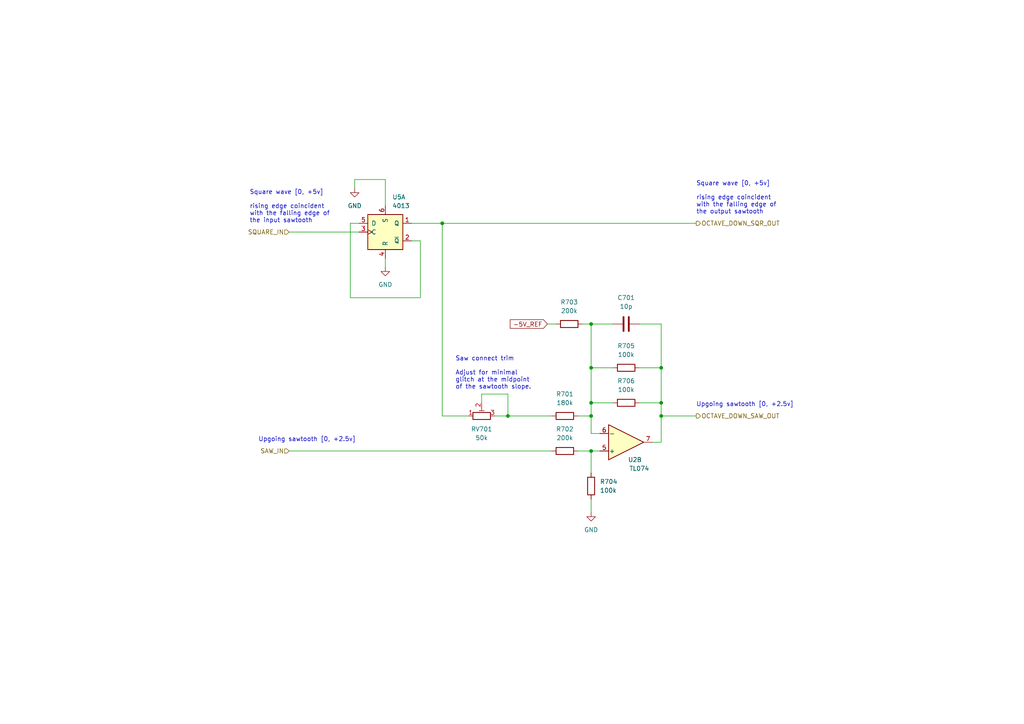
<source format=kicad_sch>
(kicad_sch (version 20230121) (generator eeschema)
  (paper "A4")
  (title_block (title "Josh Ox Ribon Synth Main VCO board") (date "2022-07-23") (rev "0.1") (comment 2 "creativecommons.org/licenses/by/4.0") (comment 3 "license: CC by 4.0") (comment 4 "Author: Jordan Acete"))
  (lib_symbols
    (symbol "4xxx:4013" (pin_names (offset 1.016))
      (property "Reference" "U" (at -7.62 8.89 0))
      (property "Value" "4013" (at -7.62 -8.89 0))
      (symbol "4013_1_1"
        (rectangle (start -5.08 5.08) (end 5.08 -5.08) (stroke (width 0.254)) (fill (type background)))
        (pin output line (at 7.62 2.54 180) (length 2.54) (name "Q") (number "1"))
        (pin output line (at 7.62 -2.54 180) (length 2.54) (name "~{Q}") (number "2"))
        (pin input clock (at -7.62 0 0) (length 2.54) (name "C") (number "3"))
        (pin input line (at 0 -7.62 90) (length 2.54) (name "R") (number "4"))
        (pin input line (at -7.62 2.54 0) (length 2.54) (name "D") (number "5"))
        (pin input line (at 0 7.62 270) (length 2.54) (name "S") (number "6"))
      )
      (symbol "4013_2_1"
        (rectangle (start -5.08 5.08) (end 5.08 -5.08) (stroke (width 0.254)) (fill (type background)))
        (pin input line (at 0 -7.62 90) (length 2.54) (name "R") (number "10"))
        (pin input clock (at -7.62 0 0) (length 2.54) (name "C") (number "11"))
        (pin output line (at 7.62 -2.54 180) (length 2.54) (name "~{Q}") (number "12"))
        (pin output line (at 7.62 2.54 180) (length 2.54) (name "Q") (number "13"))
        (pin input line (at 0 7.62 270) (length 2.54) (name "S") (number "8"))
        (pin input line (at -7.62 2.54 0) (length 2.54) (name "D") (number "9"))
      )
      (symbol "4013_3_0"
        (pin power_in line (at 0 10.16 270) (length 2.54) (name "VDD") (number "14"))
        (pin power_in line (at 0 -10.16 90) (length 2.54) (name "VSS") (number "7"))
      )
      (symbol "4013_3_1"
        (rectangle (start -5.08 7.62) (end 5.08 -7.62) (stroke (width 0.254)) (fill (type background)))
      )
    )
    (symbol "Amplifier_Operational:TL074" (pin_names (offset 0.127))
      (property "Reference" "U" (at 0 5.08 0))
      (property "Value" "TL074" (at 0 -5.08 0))
      (symbol "TL074_1_1"
        (polyline (pts (xy -5.08 5.08) (xy 5.08 0) (xy -5.08 -5.08) (xy -5.08 5.08)) (stroke (width 0.254)) (fill (type background)))
        (pin output line (at 7.62 0 180) (length 2.54) (name "~") (number "1"))
        (pin input line (at -7.62 -2.54 0) (length 2.54) (name "-") (number "2"))
        (pin input line (at -7.62 2.54 0) (length 2.54) (name "+") (number "3"))
      )
      (symbol "TL074_2_1"
        (polyline (pts (xy -5.08 5.08) (xy 5.08 0) (xy -5.08 -5.08) (xy -5.08 5.08)) (stroke (width 0.254)) (fill (type background)))
        (pin input line (at -7.62 2.54 0) (length 2.54) (name "+") (number "5"))
        (pin input line (at -7.62 -2.54 0) (length 2.54) (name "-") (number "6"))
        (pin output line (at 7.62 0 180) (length 2.54) (name "~") (number "7"))
      )
      (symbol "TL074_3_1"
        (polyline (pts (xy -5.08 5.08) (xy 5.08 0) (xy -5.08 -5.08) (xy -5.08 5.08)) (stroke (width 0.254)) (fill (type background)))
        (pin input line (at -7.62 2.54 0) (length 2.54) (name "+") (number "10"))
        (pin output line (at 7.62 0 180) (length 2.54) (name "~") (number "8"))
        (pin input line (at -7.62 -2.54 0) (length 2.54) (name "-") (number "9"))
      )
      (symbol "TL074_4_1"
        (polyline (pts (xy -5.08 5.08) (xy 5.08 0) (xy -5.08 -5.08) (xy -5.08 5.08)) (stroke (width 0.254)) (fill (type background)))
        (pin input line (at -7.62 2.54 0) (length 2.54) (name "+") (number "12"))
        (pin input line (at -7.62 -2.54 0) (length 2.54) (name "-") (number "13"))
        (pin output line (at 7.62 0 180) (length 2.54) (name "~") (number "14"))
      )
      (symbol "TL074_5_1"
        (pin power_in line (at -2.54 -7.62 90) (length 3.81) (name "V-") (number "11"))
        (pin power_in line (at -2.54 7.62 270) (length 3.81) (name "V+") (number "4"))
      )
    )
    (symbol "Device:C" (pin_numbers hide) (pin_names (offset 0.254))
      (property "Reference" "C" (at 0.635 2.54 0))
      (property "Value" "C" (at 0.635 -2.54 0))
      (symbol "C_0_1"
        (polyline (pts (xy -2.032 -0.762) (xy 2.032 -0.762)) (stroke (width 0.508)))
        (polyline (pts (xy -2.032 0.762) (xy 2.032 0.762)) (stroke (width 0.508)))
      )
      (symbol "C_1_1"
        (pin passive line (at 0 3.81 270) (length 2.794) (name "~") (number "1"))
        (pin passive line (at 0 -3.81 90) (length 2.794) (name "~") (number "2"))
      )
    )
    (symbol "Device:R" (pin_numbers hide) (pin_names (offset 0))
      (property "Reference" "R" (at 2.032 0 90))
      (property "Value" "R" (at 0 0 90))
      (symbol "R_0_1"
        (rectangle (start -1.016 -2.54) (end 1.016 2.54) (stroke (width 0.254)))
      )
      (symbol "R_1_1"
        (pin passive line (at 0 3.81 270) (length 1.27) (name "~") (number "1"))
        (pin passive line (at 0 -3.81 90) (length 1.27) (name "~") (number "2"))
      )
    )
    (symbol "Device:R_Potentiometer_Trim" (pin_names (offset 1.016) hide)
      (property "Reference" "RV" (at -4.445 0 90))
      (property "Value" "R_Potentiometer_Trim" (at -2.54 0 90))
      (symbol "R_Potentiometer_Trim_0_1"
        (polyline (pts (xy 1.524 0.762) (xy 1.524 -0.762)))
        (polyline (pts (xy 2.54 0) (xy 1.524 0)))
        (rectangle (start 1.016 2.54) (end -1.016 -2.54) (stroke (width 0.254)))
      )
      (symbol "R_Potentiometer_Trim_1_1"
        (pin passive line (at 0 3.81 270) (length 1.27) (name "1") (number "1"))
        (pin passive line (at 3.81 0 180) (length 1.27) (name "2") (number "2"))
        (pin passive line (at 0 -3.81 90) (length 1.27) (name "3") (number "3"))
      )
    )
    (symbol "power:GND" (power) (pin_names (offset 0))
      (property "Value" "GND" (at 0 -3.81 0))
      (symbol "GND_0_1"
        (polyline (pts (xy 0 0) (xy 0 -1.27) (xy 1.27 -1.27) (xy 0 -2.54) (xy -1.27 -1.27) (xy 0 -1.27)))
      )
      (symbol "GND_1_1"
        (pin power_in line (at 0 0 270) (length 0) hide (name "GND") (number "1"))
      )
    )
  )
  (junction (at 128.27 64.77))
  (junction (at 191.77 120.65))
  (junction (at 171.45 130.81))
  (junction (at 191.77 116.84))
  (junction (at 171.45 93.98))
  (junction (at 171.45 120.65))
  (junction (at 171.45 116.84))
  (junction (at 147.32 120.65))
  (junction (at 171.45 106.68))
  (junction (at 191.77 106.68))
  (wire (pts (xy 119.38 64.77) (xy 128.27 64.77)))
  (wire (pts (xy 111.76 74.93) (xy 111.76 77.47)))
  (wire (pts (xy 191.77 120.65) (xy 201.93 120.65)))
  (wire (pts (xy 128.27 64.77) (xy 201.93 64.77)))
  (wire (pts (xy 147.32 120.65) (xy 160.02 120.65)))
  (wire (pts (xy 102.87 52.07) (xy 102.87 54.61)))
  (wire (pts (xy 191.77 120.65) (xy 191.77 128.27)))
  (wire (pts (xy 168.91 93.98) (xy 171.45 93.98)))
  (wire (pts (xy 102.87 52.07) (xy 111.76 52.07)))
  (wire (pts (xy 135.89 120.65) (xy 128.27 120.65)))
  (wire (pts (xy 161.29 93.98) (xy 158.75 93.98)))
  (wire (pts (xy 119.38 69.85) (xy 121.92 69.85)))
  (wire (pts (xy 189.23 128.27) (xy 191.77 128.27)))
  (wire (pts (xy 177.8 93.98) (xy 171.45 93.98)))
  (wire (pts (xy 121.92 86.36) (xy 121.92 69.85)))
  (wire (pts (xy 171.45 93.98) (xy 171.45 106.68)))
  (wire (pts (xy 171.45 144.78) (xy 171.45 148.59)))
  (wire (pts (xy 171.45 106.68) (xy 177.8 106.68)))
  (wire (pts (xy 128.27 64.77) (xy 128.27 120.65)))
  (wire (pts (xy 171.45 120.65) (xy 171.45 116.84)))
  (wire (pts (xy 147.32 114.3) (xy 147.32 120.65)))
  (wire (pts (xy 173.99 125.73) (xy 171.45 125.73)))
  (wire (pts (xy 171.45 130.81) (xy 173.99 130.81)))
  (wire (pts (xy 167.64 120.65) (xy 171.45 120.65)))
  (wire (pts (xy 191.77 93.98) (xy 191.77 106.68)))
  (wire (pts (xy 139.7 114.3) (xy 147.32 114.3)))
  (wire (pts (xy 167.64 130.81) (xy 171.45 130.81)))
  (wire (pts (xy 83.82 67.31) (xy 104.14 67.31)))
  (wire (pts (xy 185.42 106.68) (xy 191.77 106.68)))
  (wire (pts (xy 83.82 130.81) (xy 160.02 130.81)))
  (wire (pts (xy 101.6 64.77) (xy 101.6 86.36)))
  (wire (pts (xy 104.14 64.77) (xy 101.6 64.77)))
  (wire (pts (xy 171.45 106.68) (xy 171.45 116.84)))
  (wire (pts (xy 191.77 116.84) (xy 191.77 120.65)))
  (wire (pts (xy 171.45 130.81) (xy 171.45 137.16)))
  (wire (pts (xy 143.51 120.65) (xy 147.32 120.65)))
  (wire (pts (xy 171.45 116.84) (xy 177.8 116.84)))
  (wire (pts (xy 191.77 106.68) (xy 191.77 116.84)))
  (wire (pts (xy 139.7 116.84) (xy 139.7 114.3)))
  (wire (pts (xy 101.6 86.36) (xy 121.92 86.36)))
  (wire (pts (xy 185.42 93.98) (xy 191.77 93.98)))
  (wire (pts (xy 111.76 52.07) (xy 111.76 59.69)))
  (wire (pts (xy 171.45 125.73) (xy 171.45 120.65)))
  (wire (pts (xy 185.42 116.84) (xy 191.77 116.84)))
  (text "Square wave [0, +5v]\n\nrising edge coincident \nwith the falling edge of \nthe output sawtooth" (at 201.93 62.23 0) (effects (font (size 1.27 1.27)) (justify left bottom)))
  (text "Square wave [0, +5v]\n\nrising edge coincident \nwith the falling edge of \nthe input sawtooth" (at 72.39 64.77 0) (effects (font (size 1.27 1.27)) (justify left bottom)))
  (text "Saw connect trim\n\nAdjust for minimal \nglitch at the midpoint\nof the sawtooth slope." (at 132.08 113.03 0) (effects (font (size 1.27 1.27)) (justify left bottom)))
  (text "Upgoing sawtooth [0, +2.5v]" (at 201.93 118.11 0) (effects (font (size 1.27 1.27)) (justify left bottom)))
  (text "Upgoing sawtooth [0, +2.5v]" (at 74.93 128.27 0) (effects (font (size 1.27 1.27)) (justify left bottom)))
  (global_label "-5V_REF" (shape input) (at 158.75 93.98 180) (property "Intersheetrefs" "${INTERSHEET_REFS}" (effects hide)))
  (hierarchical_label "SAW_IN" (shape input) (at 83.82 130.81 180))
  (hierarchical_label "OCTAVE_DOWN_SAW_OUT" (shape output) (at 201.93 120.65 0))
  (hierarchical_label "OCTAVE_DOWN_SQR_OUT" (shape output) (at 201.93 64.77 0))
  (hierarchical_label "SQUARE_IN" (shape input) (at 83.82 67.31 180))
  (symbol (lib_id "Device:R") (at 165.1 93.98 90) (unit 1)
    (property "Reference" "R703" (at 165.1 87.63 90))
    (property "Value" "200k" (at 165.1 90.17 90))
    (property "Footprint" "Resistor_SMD:R_0805_2012Metric" (effects hide))
    (instances (project "main_VCO_board" (path "" (reference "R703") (unit 1)) (path "" (reference "R1503") (unit 1))))
  )
  (symbol (lib_id "power:GND") (at 102.87 54.61 0) (unit 1)
    (property "Reference" "#PWR0701" (effects hide))
    (property "Value" "GND" (at 102.87 59.69 0))
    (instances (project "main_VCO_board" (path "" (reference "#PWR0701") (unit 1)) (path "" (reference "#PWR01501") (unit 1))))
  )
  (symbol (lib_id "power:GND") (at 111.76 77.47 0) (unit 1)
    (property "Reference" "#PWR0702" (effects hide))
    (property "Value" "GND" (at 111.76 82.55 0))
    (instances (project "main_VCO_board" (path "" (reference "#PWR0702") (unit 1)) (path "" (reference "#PWR01502") (unit 1))))
  )
  (symbol (lib_id "Device:R") (at 163.83 120.65 90) (unit 1)
    (property "Reference" "R701" (at 163.83 114.3 90))
    (property "Value" "180k" (at 163.83 116.84 90))
    (property "Footprint" "Resistor_SMD:R_0805_2012Metric" (effects hide))
    (instances (project "main_VCO_board" (path "" (reference "R701") (unit 1)) (path "" (reference "R1501") (unit 1))))
  )
  (symbol (lib_id "Device:R") (at 181.61 106.68 90) (unit 1)
    (property "Reference" "R705" (at 181.61 100.33 90))
    (property "Value" "100k" (at 181.61 102.87 90))
    (property "Footprint" "Resistor_SMD:R_0805_2012Metric" (effects hide))
    (instances (project "main_VCO_board" (path "" (reference "R705") (unit 1)) (path "" (reference "R1505") (unit 1))))
  )
  (symbol (lib_id "Device:C") (at 181.61 93.98 90) (unit 1)
    (property "Reference" "C701" (at 181.61 86.36 90))
    (property "Value" "10p" (at 181.61 88.9 90))
    (property "Footprint" "Capacitor_SMD:C_0805_2012Metric" (effects hide))
    (instances (project "main_VCO_board" (path "" (reference "C701") (unit 1)) (path "" (reference "C1501") (unit 1))))
  )
  (symbol (lib_id "Device:R") (at 171.45 140.97 0) (unit 1)
    (property "Reference" "R704" (at 173.99 139.6999 0) (effects (justify left)))
    (property "Value" "100k" (at 173.99 142.2399 0) (effects (justify left)))
    (property "Footprint" "Resistor_SMD:R_0805_2012Metric" (effects hide))
    (instances (project "main_VCO_board" (path "" (reference "R704") (unit 1)) (path "" (reference "R1504") (unit 1))))
  )
  (symbol (lib_id "4xxx:4013") (at 111.76 67.31 0) (unit 1)
    (property "Reference" "U5" (at 113.7794 57.15 0) (effects (justify left)))
    (property "Value" "4013" (at 113.7794 59.69 0) (effects (justify left)))
    (property "Footprint" "Package_SO:SOIC-14_3.9x8.7mm_P1.27mm" (effects hide))
    (property "Datasheet" "http://www.onsemi.com/pub/Collateral/MC14013B-D.PDF" (effects hide))
    (instances (project "main_VCO_board" (path "" (reference "U5") (unit 1)) (path "" (reference "U5") (unit 2))))
  )
  (symbol (lib_id "power:GND") (at 171.45 148.59 0) (unit 1)
    (property "Reference" "#PWR0704" (effects hide))
    (property "Value" "GND" (at 171.45 153.67 0))
    (instances (project "main_VCO_board" (path "" (reference "#PWR0704") (unit 1)) (path "" (reference "#PWR01504") (unit 1))))
  )
  (symbol (lib_id "Amplifier_Operational:TL074") (at 181.61 128.27 0) (mirror x) (unit 2)
    (property "Reference" "U2" (at 184.15 133.35 0))
    (property "Value" "TL074" (at 185.42 135.89 0))
    (property "Footprint" "Package_SO:SOIC-14_3.9x8.7mm_P1.27mm" (effects hide))
    (property "Datasheet" "http://www.ti.com/lit/ds/symlink/tl071.pdf" (effects hide))
    (instances (project "main_VCO_board" (path "" (reference "U2") (unit 2)) (path "" (reference "U11") (unit 2))))
  )
  (symbol (lib_id "Device:R_Potentiometer_Trim") (at 139.7 120.65 90) (unit 1)
    (property "Reference" "RV701" (at 139.7 124.46 90))
    (property "Value" "50k" (at 139.7 127 90))
    (property "Footprint" "Potentiometer_THT:Potentiometer_Bourns_3296W_Vertical" (effects hide))
    (instances (project "main_VCO_board" (path "" (reference "RV701") (unit 1)) (path "" (reference "RV1501") (unit 1))))
  )
  (symbol (lib_id "Device:R") (at 181.61 116.84 90) (unit 1)
    (property "Reference" "R706" (at 181.61 110.49 90))
    (property "Value" "100k" (at 181.61 113.03 90))
    (property "Footprint" "Resistor_SMD:R_0805_2012Metric" (effects hide))
    (instances (project "main_VCO_board" (path "" (reference "R706") (unit 1)) (path "" (reference "R1506") (unit 1))))
  )
  (symbol (lib_id "Device:R") (at 163.83 130.81 90) (unit 1)
    (property "Reference" "R702" (at 163.83 124.46 90))
    (property "Value" "200k" (at 163.83 127 90))
    (property "Footprint" "Resistor_SMD:R_0805_2012Metric" (effects hide))
    (instances (project "main_VCO_board" (path "" (reference "R702") (unit 1)) (path "" (reference "R1502") (unit 1))))
  )
)
</source>
